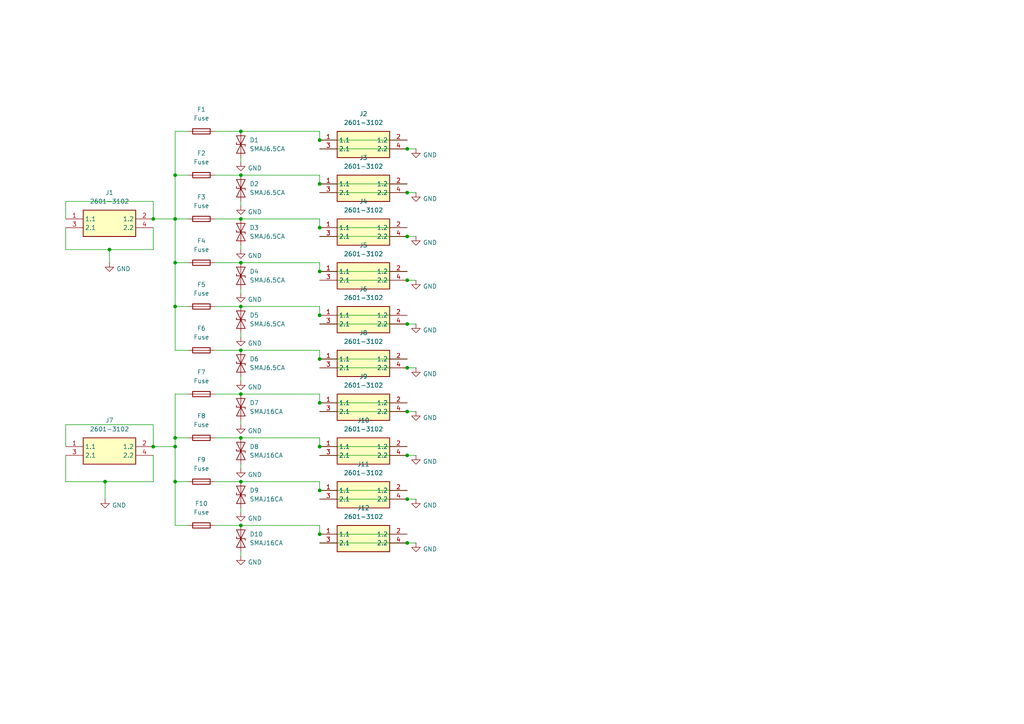
<source format=kicad_sch>
(kicad_sch (version 20250114) (generator "eeschema") (generator_version "9.0")
  (paper "A4")
  (lib_symbols
    (symbol "2601-3102:2601-3102"
      (property "Reference" "J" (at 21.59 7.62 0))
      (property "Value" "2601-3102" (at 21.59 5.08 0))
      (symbol "2601-3102_1_1"
        (rectangle (start 5.08 2.54) (end 20.32 -5.08) (stroke (width 0.254)) (fill (type background)))
        (pin passive line (at 0 0 0) (length 5.08) (name "1.1") (number "1"))
        (pin passive line (at 0 -2.54 0) (length 5.08) (name "2.1") (number "3"))
        (pin passive line (at 25.4 0 180) (length 5.08) (name "1.2") (number "2"))
        (pin passive line (at 25.4 -2.54 180) (length 5.08) (name "2.2") (number "4"))
      )
    )
    (symbol "Device:Fuse" (pin_numbers (hide yes)) (pin_names (offset 0))
      (property "Reference" "F" (at 2.032 0 90))
      (property "Value" "Fuse" (at -1.905 0 90))
      (symbol "Fuse_0_1"
        (rectangle (start -0.762 -2.54) (end 0.762 2.54) (stroke (width 0.254)))
        (polyline (pts (xy 0 2.54) (xy 0 -2.54)))
      )
      (symbol "Fuse_1_1"
        (pin passive line (at 0 3.81 270) (length 1.27) (name "~") (number "1"))
        (pin passive line (at 0 -3.81 90) (length 1.27) (name "~") (number "2"))
      )
    )
    (symbol "Diode:SMAJ16CA" (pin_numbers (hide yes)) (pin_names (offset 1.016) (hide yes))
      (property "Reference" "D" (at 0 2.54 0))
      (property "Value" "SMAJ16CA" (at 0 -2.54 0))
      (symbol "SMAJ16CA_0_1"
        (polyline (pts (xy -2.54 -1.27) (xy 0 0) (xy -2.54 1.27) (xy -2.54 -1.27)) (stroke (width 0.2032)))
        (polyline (pts (xy 0.508 1.27) (xy 0 1.27) (xy 0 -1.27) (xy -0.508 -1.27)) (stroke (width 0.2032)))
        (polyline (pts (xy 1.27 0) (xy -1.27 0)))
        (polyline (pts (xy 2.54 1.27) (xy 2.54 -1.27) (xy 0 0) (xy 2.54 1.27)) (stroke (width 0.2032)))
      )
      (symbol "SMAJ16CA_1_1"
        (pin passive line (at -3.81 0 0) (length 2.54) (name "A1") (number "1"))
        (pin passive line (at 3.81 0 180) (length 2.54) (name "A2") (number "2"))
      )
    )
    (symbol "Diode:SMAJ6.5CA" (pin_numbers (hide yes)) (pin_names (offset 1.016) (hide yes))
      (property "Reference" "D" (at 0 2.54 0))
      (property "Value" "SMAJ6.5CA" (at 0 -2.54 0))
      (symbol "SMAJ6.5CA_0_1"
        (polyline (pts (xy -2.54 -1.27) (xy 0 0) (xy -2.54 1.27) (xy -2.54 -1.27)) (stroke (width 0.2032)))
        (polyline (pts (xy 0.508 1.27) (xy 0 1.27) (xy 0 -1.27) (xy -0.508 -1.27)) (stroke (width 0.2032)))
        (polyline (pts (xy 1.27 0) (xy -1.27 0)))
        (polyline (pts (xy 2.54 1.27) (xy 2.54 -1.27) (xy 0 0) (xy 2.54 1.27)) (stroke (width 0.2032)))
      )
      (symbol "SMAJ6.5CA_1_1"
        (pin passive line (at -3.81 0 0) (length 2.54) (name "A1") (number "1"))
        (pin passive line (at 3.81 0 180) (length 2.54) (name "A2") (number "2"))
      )
    )
    (symbol "power:GND" (power) (pin_numbers (hide yes)) (pin_names (offset 0) (hide yes))
      (property "Value" "GND" (at 0 -3.81 0))
      (symbol "GND_0_1"
        (polyline (pts (xy 0 0) (xy 0 -1.27) (xy 1.27 -1.27) (xy 0 -2.54) (xy -1.27 -1.27) (xy 0 -1.27)))
      )
      (symbol "GND_1_1"
        (pin power_in line (at 0 0 270) (length 0) (name "~") (number "1"))
      )
    )
  )
  (junction (at 44.45 63.5))
  (junction (at 92.71 104.14))
  (junction (at 69.85 127))
  (junction (at 118.11 144.78))
  (junction (at 92.71 116.84))
  (junction (at 50.8 76.2))
  (junction (at 118.11 43.18))
  (junction (at 92.71 66.04))
  (junction (at 69.85 114.3))
  (junction (at 118.11 119.38))
  (junction (at 50.8 127))
  (junction (at 118.11 55.88))
  (junction (at 69.85 38.1))
  (junction (at 69.85 139.7))
  (junction (at 118.11 81.28))
  (junction (at 118.11 106.68))
  (junction (at 31.75 72.39))
  (junction (at 50.8 139.7))
  (junction (at 69.85 88.9))
  (junction (at 92.71 78.74))
  (junction (at 50.8 50.8))
  (junction (at 50.8 63.5))
  (junction (at 69.85 76.2))
  (junction (at 118.11 157.48))
  (junction (at 69.85 152.4))
  (junction (at 69.85 50.8))
  (junction (at 118.11 93.98))
  (junction (at 50.8 88.9))
  (junction (at 92.71 142.24))
  (junction (at 92.71 40.64))
  (junction (at 30.48 139.7))
  (junction (at 69.85 63.5))
  (junction (at 118.11 132.08))
  (junction (at 50.8 129.54))
  (junction (at 118.11 68.58))
  (junction (at 92.71 53.34))
  (junction (at 92.71 91.44))
  (junction (at 92.71 129.54))
  (junction (at 69.85 101.6))
  (junction (at 44.45 129.54))
  (junction (at 92.71 154.94))
  (wire (pts (xy 92.71 78.74) (xy 118.11 78.74)))
  (wire (pts (xy 30.48 139.7) (xy 30.48 144.78)))
  (wire (pts (xy 92.71 116.84) (xy 92.71 114.3)))
  (wire (pts (xy 62.23 139.7) (xy 69.85 139.7)))
  (wire (pts (xy 54.61 101.6) (xy 50.8 101.6)))
  (wire (pts (xy 54.61 139.7) (xy 50.8 139.7)))
  (wire (pts (xy 69.85 58.42) (xy 69.85 59.69)))
  (wire (pts (xy 19.05 139.7) (xy 19.05 132.08)))
  (wire (pts (xy 50.8 152.4) (xy 50.8 139.7)))
  (wire (pts (xy 69.85 127) (xy 92.71 127)))
  (wire (pts (xy 92.71 104.14) (xy 118.11 104.14)))
  (wire (pts (xy 92.71 139.7) (xy 69.85 139.7)))
  (wire (pts (xy 92.71 81.28) (xy 118.11 81.28)))
  (wire (pts (xy 92.71 50.8) (xy 69.85 50.8)))
  (wire (pts (xy 92.71 152.4) (xy 69.85 152.4)))
  (wire (pts (xy 50.8 63.5) (xy 50.8 50.8)))
  (wire (pts (xy 92.71 66.04) (xy 118.11 66.04)))
  (wire (pts (xy 92.71 40.64) (xy 92.71 38.1)))
  (wire (pts (xy 118.11 144.78) (xy 120.65 144.78)))
  (wire (pts (xy 92.71 127) (xy 92.71 129.54)))
  (wire (pts (xy 50.8 88.9) (xy 50.8 101.6)))
  (wire (pts (xy 44.45 72.39) (xy 31.75 72.39)))
  (wire (pts (xy 31.75 72.39) (xy 31.75 76.2)))
  (wire (pts (xy 118.11 81.28) (xy 120.65 81.28)))
  (wire (pts (xy 118.11 132.08) (xy 120.65 132.08)))
  (wire (pts (xy 19.05 63.5) (xy 19.05 58.42)))
  (wire (pts (xy 92.71 142.24) (xy 118.11 142.24)))
  (wire (pts (xy 69.85 76.2) (xy 92.71 76.2)))
  (wire (pts (xy 92.71 91.44) (xy 118.11 91.44)))
  (wire (pts (xy 19.05 58.42) (xy 44.45 58.42)))
  (wire (pts (xy 118.11 106.68) (xy 120.65 106.68)))
  (wire (pts (xy 54.61 76.2) (xy 50.8 76.2)))
  (wire (pts (xy 44.45 63.5) (xy 50.8 63.5)))
  (wire (pts (xy 54.61 152.4) (xy 50.8 152.4)))
  (wire (pts (xy 92.71 116.84) (xy 118.11 116.84)))
  (wire (pts (xy 92.71 132.08) (xy 118.11 132.08)))
  (wire (pts (xy 92.71 53.34) (xy 118.11 53.34)))
  (wire (pts (xy 69.85 45.72) (xy 69.85 46.99)))
  (wire (pts (xy 92.71 154.94) (xy 92.71 152.4)))
  (wire (pts (xy 92.71 63.5) (xy 92.71 66.04)))
  (wire (pts (xy 44.45 129.54) (xy 50.8 129.54)))
  (wire (pts (xy 69.85 114.3) (xy 92.71 114.3)))
  (wire (pts (xy 69.85 109.22) (xy 69.85 110.49)))
  (wire (pts (xy 118.11 68.58) (xy 120.65 68.58)))
  (wire (pts (xy 31.75 72.39) (xy 19.05 72.39)))
  (wire (pts (xy 92.71 78.74) (xy 92.71 76.2)))
  (wire (pts (xy 92.71 119.38) (xy 118.11 119.38)))
  (wire (pts (xy 44.45 123.19) (xy 44.45 129.54)))
  (wire (pts (xy 62.23 38.1) (xy 69.85 38.1)))
  (wire (pts (xy 50.8 129.54) (xy 50.8 139.7)))
  (wire (pts (xy 54.61 114.3) (xy 50.8 114.3)))
  (wire (pts (xy 19.05 72.39) (xy 19.05 66.04)))
  (wire (pts (xy 54.61 38.1) (xy 50.8 38.1)))
  (wire (pts (xy 69.85 147.32) (xy 69.85 148.59)))
  (wire (pts (xy 118.11 55.88) (xy 120.65 55.88)))
  (wire (pts (xy 44.45 58.42) (xy 44.45 63.5)))
  (wire (pts (xy 92.71 144.78) (xy 118.11 144.78)))
  (wire (pts (xy 50.8 114.3) (xy 50.8 127)))
  (wire (pts (xy 50.8 76.2) (xy 50.8 88.9)))
  (wire (pts (xy 30.48 139.7) (xy 19.05 139.7)))
  (wire (pts (xy 50.8 127) (xy 50.8 129.54)))
  (wire (pts (xy 69.85 134.62) (xy 69.85 135.89)))
  (wire (pts (xy 54.61 127) (xy 50.8 127)))
  (wire (pts (xy 92.71 106.68) (xy 118.11 106.68)))
  (wire (pts (xy 69.85 96.52) (xy 69.85 97.79)))
  (wire (pts (xy 44.45 139.7) (xy 30.48 139.7)))
  (wire (pts (xy 62.23 114.3) (xy 69.85 114.3)))
  (wire (pts (xy 92.71 88.9) (xy 69.85 88.9)))
  (wire (pts (xy 69.85 71.12) (xy 69.85 72.39)))
  (wire (pts (xy 118.11 119.38) (xy 120.65 119.38)))
  (wire (pts (xy 92.71 104.14) (xy 92.71 101.6)))
  (wire (pts (xy 69.85 121.92) (xy 69.85 123.19)))
  (wire (pts (xy 50.8 50.8) (xy 54.61 50.8)))
  (wire (pts (xy 62.23 50.8) (xy 69.85 50.8)))
  (wire (pts (xy 62.23 63.5) (xy 69.85 63.5)))
  (wire (pts (xy 92.71 68.58) (xy 118.11 68.58)))
  (wire (pts (xy 62.23 88.9) (xy 69.85 88.9)))
  (wire (pts (xy 62.23 152.4) (xy 69.85 152.4)))
  (wire (pts (xy 92.71 91.44) (xy 92.71 88.9)))
  (wire (pts (xy 92.71 53.34) (xy 92.71 50.8)))
  (wire (pts (xy 69.85 160.02) (xy 69.85 161.29)))
  (wire (pts (xy 54.61 88.9) (xy 50.8 88.9)))
  (wire (pts (xy 62.23 101.6) (xy 69.85 101.6)))
  (wire (pts (xy 92.71 154.94) (xy 118.11 154.94)))
  (wire (pts (xy 62.23 76.2) (xy 69.85 76.2)))
  (wire (pts (xy 92.71 55.88) (xy 118.11 55.88)))
  (wire (pts (xy 92.71 93.98) (xy 118.11 93.98)))
  (wire (pts (xy 118.11 157.48) (xy 120.65 157.48)))
  (wire (pts (xy 92.71 157.48) (xy 118.11 157.48)))
  (wire (pts (xy 92.71 142.24) (xy 92.71 139.7)))
  (wire (pts (xy 69.85 63.5) (xy 92.71 63.5)))
  (wire (pts (xy 54.61 63.5) (xy 50.8 63.5)))
  (wire (pts (xy 118.11 43.18) (xy 120.65 43.18)))
  (wire (pts (xy 19.05 123.19) (xy 44.45 123.19)))
  (wire (pts (xy 92.71 43.18) (xy 118.11 43.18)))
  (wire (pts (xy 19.05 129.54) (xy 19.05 123.19)))
  (wire (pts (xy 62.23 127) (xy 69.85 127)))
  (wire (pts (xy 92.71 38.1) (xy 69.85 38.1)))
  (wire (pts (xy 50.8 38.1) (xy 50.8 50.8)))
  (wire (pts (xy 44.45 132.08) (xy 44.45 139.7)))
  (wire (pts (xy 92.71 101.6) (xy 69.85 101.6)))
  (wire (pts (xy 69.85 83.82) (xy 69.85 85.09)))
  (wire (pts (xy 44.45 66.04) (xy 44.45 72.39)))
  (wire (pts (xy 92.71 129.54) (xy 118.11 129.54)))
  (wire (pts (xy 118.11 93.98) (xy 120.65 93.98)))
  (wire (pts (xy 50.8 63.5) (xy 50.8 76.2)))
  (wire (pts (xy 92.71 40.64) (xy 118.11 40.64)))
  (symbol (lib_id "2601-3102:2601-3102") (at 92.71 129.54 0) (unit 1)
    (property "Reference" "J10" (at 105.41 121.92 0))
    (property "Value" "2601-3102" (at 105.41 124.46 0))
    (property "Footprint" "KiCad:26013102" (effects (hide yes)))
    (property "Datasheet" "https://www.wago.com/2601-3102" (effects (hide yes)))
    (property "Description" "PCB terminal block; lever; 1.5 mm; Pin spacing 3.5 mm; 2-pole; Push-in CAGE CLAMP" (effects (hide yes)))
    (property "Height" "16.58" (effects (hide yes)))
    (property "Manufacturer_Name" "Wago" (effects (hide yes)))
    (property "Manufacturer_Part_Number" "2601-3102" (effects (hide yes)))
  )
  (symbol (lib_id "Diode:SMAJ6.5CA") (at 69.85 54.61 90) (unit 1)
    (property "Reference" "D2" (at 72.39 53.3399 90) (effects (justify right)))
    (property "Value" "SMAJ6.5CA" (at 72.39 55.8799 90) (effects (justify right)))
    (property "Footprint" "Diode_SMD:D_SMA" (effects (hide yes)))
    (property "Datasheet" "https://www.littelfuse.com/media?resourcetype=datasheets&itemid=75e32973-b177-4ee3-a0ff-cedaf1abdb93&filename=smaj-datasheet" (effects (hide yes)))
    (property "Description" "400W bidirectional Transient Voltage Suppressor, 6.5Vr, SMA(DO-214AC)" (effects (hide yes)))
  )
  (symbol (lib_id "2601-3102:2601-3102") (at 92.71 142.24 0) (unit 1)
    (property "Reference" "J11" (at 105.41 134.62 0))
    (property "Value" "2601-3102" (at 105.41 137.16 0))
    (property "Footprint" "KiCad:26013102" (effects (hide yes)))
    (property "Datasheet" "https://www.wago.com/2601-3102" (effects (hide yes)))
    (property "Description" "PCB terminal block; lever; 1.5 mm; Pin spacing 3.5 mm; 2-pole; Push-in CAGE CLAMP" (effects (hide yes)))
    (property "Height" "16.58" (effects (hide yes)))
    (property "Manufacturer_Name" "Wago" (effects (hide yes)))
    (property "Manufacturer_Part_Number" "2601-3102" (effects (hide yes)))
  )
  (symbol (lib_id "power:GND") (at 120.65 43.18 0) (unit 1)
    (property "Reference" "#PWR027" (effects (hide yes)))
    (property "Value" "GND" (at 124.714 44.958 0))
    (property "Description" "Power symbol creates a global label with name \"GND\" , ground" (effects (hide yes)))
  )
  (symbol (lib_id "power:GND") (at 120.65 55.88 0) (unit 1)
    (property "Reference" "#PWR026" (effects (hide yes)))
    (property "Value" "GND" (at 124.714 57.658 0))
    (property "Description" "Power symbol creates a global label with name \"GND\" , ground" (effects (hide yes)))
  )
  (symbol (lib_id "Device:Fuse") (at 58.42 76.2 90) (unit 1)
    (property "Reference" "F4" (at 58.42 69.85 90))
    (property "Value" "Fuse" (at 58.42 72.39 90))
    (property "Footprint" "Fuse:Fuseholder_Littelfuse_100_series_5x20mm" (effects (hide yes)))
    (property "Description" "Fuse" (effects (hide yes)))
  )
  (symbol (lib_id "Device:Fuse") (at 58.42 139.7 90) (unit 1)
    (property "Reference" "F9" (at 58.42 133.35 90))
    (property "Value" "Fuse" (at 58.42 135.89 90))
    (property "Footprint" "Fuse:Fuseholder_Littelfuse_100_series_5x20mm" (effects (hide yes)))
    (property "Description" "Fuse" (effects (hide yes)))
  )
  (symbol (lib_id "Diode:SMAJ16CA") (at 69.85 143.51 90) (unit 1)
    (property "Reference" "D9" (at 72.39 142.2399 90) (effects (justify right)))
    (property "Value" "SMAJ16CA" (at 72.39 144.7799 90) (effects (justify right)))
    (property "Footprint" "Diode_SMD:D_SMA" (effects (hide yes)))
    (property "Datasheet" "https://www.littelfuse.com/media?resourcetype=datasheets&itemid=75e32973-b177-4ee3-a0ff-cedaf1abdb93&filename=smaj-datasheet" (effects (hide yes)))
    (property "Description" "400W bidirectional Transient Voltage Suppressor, 16.0Vr, SMA(DO-214AC)" (effects (hide yes)))
  )
  (symbol (lib_id "power:GND") (at 69.85 72.39 0) (unit 1)
    (property "Reference" "#PWR03" (effects (hide yes)))
    (property "Value" "GND" (at 73.914 74.168 0))
    (property "Description" "Power symbol creates a global label with name \"GND\" , ground" (effects (hide yes)))
  )
  (symbol (lib_id "Device:Fuse") (at 58.42 63.5 90) (unit 1)
    (property "Reference" "F3" (at 58.42 57.15 90))
    (property "Value" "Fuse" (at 58.42 59.69 90))
    (property "Footprint" "Fuse:Fuseholder_Littelfuse_100_series_5x20mm" (effects (hide yes)))
    (property "Description" "Fuse" (effects (hide yes)))
  )
  (symbol (lib_id "2601-3102:2601-3102") (at 92.71 116.84 0) (unit 1)
    (property "Reference" "J9" (at 105.41 109.22 0))
    (property "Value" "2601-3102" (at 105.41 111.76 0))
    (property "Footprint" "KiCad:26013102" (effects (hide yes)))
    (property "Datasheet" "https://www.wago.com/2601-3102" (effects (hide yes)))
    (property "Description" "PCB terminal block; lever; 1.5 mm; Pin spacing 3.5 mm; 2-pole; Push-in CAGE CLAMP" (effects (hide yes)))
    (property "Height" "16.58" (effects (hide yes)))
    (property "Manufacturer_Name" "Wago" (effects (hide yes)))
    (property "Manufacturer_Part_Number" "2601-3102" (effects (hide yes)))
  )
  (symbol (lib_id "Device:Fuse") (at 58.42 114.3 90) (unit 1)
    (property "Reference" "F7" (at 58.42 107.95 90))
    (property "Value" "Fuse" (at 58.42 110.49 90))
    (property "Footprint" "Fuse:Fuseholder_Littelfuse_100_series_5x20mm" (effects (hide yes)))
    (property "Description" "Fuse" (effects (hide yes)))
  )
  (symbol (lib_id "power:GND") (at 120.65 81.28 0) (unit 1)
    (property "Reference" "#PWR024" (effects (hide yes)))
    (property "Value" "GND" (at 124.714 83.058 0))
    (property "Description" "Power symbol creates a global label with name \"GND\" , ground" (effects (hide yes)))
  )
  (symbol (lib_id "2601-3102:2601-3102") (at 92.71 154.94 0) (unit 1)
    (property "Reference" "J12" (at 105.41 147.32 0))
    (property "Value" "2601-3102" (at 105.41 149.86 0))
    (property "Footprint" "KiCad:26013102" (effects (hide yes)))
    (property "Datasheet" "https://www.wago.com/2601-3102" (effects (hide yes)))
    (property "Description" "PCB terminal block; lever; 1.5 mm; Pin spacing 3.5 mm; 2-pole; Push-in CAGE CLAMP" (effects (hide yes)))
    (property "Height" "16.58" (effects (hide yes)))
    (property "Manufacturer_Name" "Wago" (effects (hide yes)))
    (property "Manufacturer_Part_Number" "2601-3102" (effects (hide yes)))
  )
  (symbol (lib_id "Device:Fuse") (at 58.42 101.6 90) (unit 1)
    (property "Reference" "F6" (at 58.42 95.25 90))
    (property "Value" "Fuse" (at 58.42 97.79 90))
    (property "Footprint" "Fuse:Fuseholder_Littelfuse_100_series_5x20mm" (effects (hide yes)))
    (property "Description" "Fuse" (effects (hide yes)))
  )
  (symbol (lib_id "Diode:SMAJ16CA") (at 69.85 118.11 90) (unit 1)
    (property "Reference" "D7" (at 72.39 116.8399 90) (effects (justify right)))
    (property "Value" "SMAJ16CA" (at 72.39 119.3799 90) (effects (justify right)))
    (property "Footprint" "Diode_SMD:D_SMA" (effects (hide yes)))
    (property "Datasheet" "https://www.littelfuse.com/media?resourcetype=datasheets&itemid=75e32973-b177-4ee3-a0ff-cedaf1abdb93&filename=smaj-datasheet" (effects (hide yes)))
    (property "Description" "400W bidirectional Transient Voltage Suppressor, 16.0Vr, SMA(DO-214AC)" (effects (hide yes)))
  )
  (symbol (lib_id "power:GND") (at 69.85 85.09 0) (unit 1)
    (property "Reference" "#PWR04" (effects (hide yes)))
    (property "Value" "GND" (at 73.914 86.868 0))
    (property "Description" "Power symbol creates a global label with name \"GND\" , ground" (effects (hide yes)))
  )
  (symbol (lib_id "2601-3102:2601-3102") (at 92.71 91.44 0) (unit 1)
    (property "Reference" "J6" (at 105.41 83.82 0))
    (property "Value" "2601-3102" (at 105.41 86.36 0))
    (property "Footprint" "KiCad:26013102" (effects (hide yes)))
    (property "Datasheet" "https://www.wago.com/2601-3102" (effects (hide yes)))
    (property "Description" "PCB terminal block; lever; 1.5 mm; Pin spacing 3.5 mm; 2-pole; Push-in CAGE CLAMP" (effects (hide yes)))
    (property "Height" "16.58" (effects (hide yes)))
    (property "Manufacturer_Name" "Wago" (effects (hide yes)))
    (property "Manufacturer_Part_Number" "2601-3102" (effects (hide yes)))
  )
  (symbol (lib_id "power:GND") (at 120.65 106.68 0) (unit 1)
    (property "Reference" "#PWR022" (effects (hide yes)))
    (property "Value" "GND" (at 124.714 108.458 0))
    (property "Description" "Power symbol creates a global label with name \"GND\" , ground" (effects (hide yes)))
  )
  (symbol (lib_id "Diode:SMAJ6.5CA") (at 69.85 41.91 90) (unit 1)
    (property "Reference" "D1" (at 72.39 40.6399 90) (effects (justify right)))
    (property "Value" "SMAJ6.5CA" (at 72.39 43.1799 90) (effects (justify right)))
    (property "Footprint" "Diode_SMD:D_SMA" (effects (hide yes)))
    (property "Datasheet" "https://www.littelfuse.com/media?resourcetype=datasheets&itemid=75e32973-b177-4ee3-a0ff-cedaf1abdb93&filename=smaj-datasheet" (effects (hide yes)))
    (property "Description" "400W bidirectional Transient Voltage Suppressor, 6.5Vr, SMA(DO-214AC)" (effects (hide yes)))
  )
  (symbol (lib_id "Device:Fuse") (at 58.42 88.9 90) (unit 1)
    (property "Reference" "F5" (at 58.42 82.55 90))
    (property "Value" "Fuse" (at 58.42 85.09 90))
    (property "Footprint" "Fuse:Fuseholder_Littelfuse_100_series_5x20mm" (effects (hide yes)))
    (property "Description" "Fuse" (effects (hide yes)))
  )
  (symbol (lib_id "Diode:SMAJ16CA") (at 69.85 130.81 90) (unit 1)
    (property "Reference" "D8" (at 72.39 129.5399 90) (effects (justify right)))
    (property "Value" "SMAJ16CA" (at 72.39 132.0799 90) (effects (justify right)))
    (property "Footprint" "Diode_SMD:D_SMA" (effects (hide yes)))
    (property "Datasheet" "https://www.littelfuse.com/media?resourcetype=datasheets&itemid=75e32973-b177-4ee3-a0ff-cedaf1abdb93&filename=smaj-datasheet" (effects (hide yes)))
    (property "Description" "400W bidirectional Transient Voltage Suppressor, 16.0Vr, SMA(DO-214AC)" (effects (hide yes)))
  )
  (symbol (lib_id "power:GND") (at 69.85 161.29 0) (unit 1)
    (property "Reference" "#PWR010" (effects (hide yes)))
    (property "Value" "GND" (at 73.914 163.068 0))
    (property "Description" "Power symbol creates a global label with name \"GND\" , ground" (effects (hide yes)))
  )
  (symbol (lib_id "Device:Fuse") (at 58.42 50.8 90) (unit 1)
    (property "Reference" "F2" (at 58.42 44.45 90))
    (property "Value" "Fuse" (at 58.42 46.99 90))
    (property "Footprint" "Fuse:Fuseholder_Littelfuse_100_series_5x20mm" (effects (hide yes)))
    (property "Description" "Fuse" (effects (hide yes)))
  )
  (symbol (lib_id "power:GND") (at 69.85 59.69 0) (unit 1)
    (property "Reference" "#PWR02" (effects (hide yes)))
    (property "Value" "GND" (at 73.914 61.468 0))
    (property "Description" "Power symbol creates a global label with name \"GND\" , ground" (effects (hide yes)))
  )
  (symbol (lib_id "Diode:SMAJ6.5CA") (at 69.85 92.71 90) (unit 1)
    (property "Reference" "D5" (at 72.39 91.4399 90) (effects (justify right)))
    (property "Value" "SMAJ6.5CA" (at 72.39 93.9799 90) (effects (justify right)))
    (property "Footprint" "Diode_SMD:D_SMA" (effects (hide yes)))
    (property "Datasheet" "https://www.littelfuse.com/media?resourcetype=datasheets&itemid=75e32973-b177-4ee3-a0ff-cedaf1abdb93&filename=smaj-datasheet" (effects (hide yes)))
    (property "Description" "400W bidirectional Transient Voltage Suppressor, 6.5Vr, SMA(DO-214AC)" (effects (hide yes)))
  )
  (symbol (lib_id "power:GND") (at 69.85 46.99 0) (unit 1)
    (property "Reference" "#PWR01" (effects (hide yes)))
    (property "Value" "GND" (at 73.914 48.768 0))
    (property "Description" "Power symbol creates a global label with name \"GND\" , ground" (effects (hide yes)))
  )
  (symbol (lib_id "Diode:SMAJ6.5CA") (at 69.85 80.01 90) (unit 1)
    (property "Reference" "D4" (at 72.39 78.7399 90) (effects (justify right)))
    (property "Value" "SMAJ6.5CA" (at 72.39 81.2799 90) (effects (justify right)))
    (property "Footprint" "Diode_SMD:D_SMA" (effects (hide yes)))
    (property "Datasheet" "https://www.littelfuse.com/media?resourcetype=datasheets&itemid=75e32973-b177-4ee3-a0ff-cedaf1abdb93&filename=smaj-datasheet" (effects (hide yes)))
    (property "Description" "400W bidirectional Transient Voltage Suppressor, 6.5Vr, SMA(DO-214AC)" (effects (hide yes)))
  )
  (symbol (lib_id "power:GND") (at 69.85 110.49 0) (unit 1)
    (property "Reference" "#PWR06" (effects (hide yes)))
    (property "Value" "GND" (at 73.914 112.268 0))
    (property "Description" "Power symbol creates a global label with name \"GND\" , ground" (effects (hide yes)))
  )
  (symbol (lib_id "power:GND") (at 69.85 97.79 0) (unit 1)
    (property "Reference" "#PWR05" (effects (hide yes)))
    (property "Value" "GND" (at 73.914 99.568 0))
    (property "Description" "Power symbol creates a global label with name \"GND\" , ground" (effects (hide yes)))
  )
  (symbol (lib_id "2601-3102:2601-3102") (at 92.71 40.64 0) (unit 1)
    (property "Reference" "J2" (at 105.41 33.02 0))
    (property "Value" "2601-3102" (at 105.41 35.56 0))
    (property "Footprint" "KiCad:26013102" (effects (hide yes)))
    (property "Datasheet" "https://www.wago.com/2601-3102" (effects (hide yes)))
    (property "Description" "PCB terminal block; lever; 1.5 mm; Pin spacing 3.5 mm; 2-pole; Push-in CAGE CLAMP" (effects (hide yes)))
    (property "Height" "16.58" (effects (hide yes)))
    (property "Manufacturer_Name" "Wago" (effects (hide yes)))
    (property "Manufacturer_Part_Number" "2601-3102" (effects (hide yes)))
  )
  (symbol (lib_id "power:GND") (at 69.85 135.89 0) (unit 1)
    (property "Reference" "#PWR08" (effects (hide yes)))
    (property "Value" "GND" (at 73.914 137.668 0))
    (property "Description" "Power symbol creates a global label with name \"GND\" , ground" (effects (hide yes)))
  )
  (symbol (lib_id "2601-3102:2601-3102") (at 92.71 66.04 0) (unit 1)
    (property "Reference" "J4" (at 105.41 58.42 0))
    (property "Value" "2601-3102" (at 105.41 60.96 0))
    (property "Footprint" "KiCad:26013102" (effects (hide yes)))
    (property "Datasheet" "https://www.wago.com/2601-3102" (effects (hide yes)))
    (property "Description" "PCB terminal block; lever; 1.5 mm; Pin spacing 3.5 mm; 2-pole; Push-in CAGE CLAMP" (effects (hide yes)))
    (property "Height" "16.58" (effects (hide yes)))
    (property "Manufacturer_Name" "Wago" (effects (hide yes)))
    (property "Manufacturer_Part_Number" "2601-3102" (effects (hide yes)))
  )
  (symbol (lib_id "power:GND") (at 120.65 157.48 0) (unit 1)
    (property "Reference" "#PWR012" (effects (hide yes)))
    (property "Value" "GND" (at 124.714 159.258 0))
    (property "Description" "Power symbol creates a global label with name \"GND\" , ground" (effects (hide yes)))
  )
  (symbol (lib_id "power:GND") (at 120.65 68.58 0) (unit 1)
    (property "Reference" "#PWR025" (effects (hide yes)))
    (property "Value" "GND" (at 124.714 70.358 0))
    (property "Description" "Power symbol creates a global label with name \"GND\" , ground" (effects (hide yes)))
  )
  (symbol (lib_id "power:GND") (at 30.48 144.78 0) (unit 1)
    (property "Reference" "#PWR018" (effects (hide yes)))
    (property "Value" "GND" (at 34.544 146.558 0))
    (property "Description" "Power symbol creates a global label with name \"GND\" , ground" (effects (hide yes)))
  )
  (symbol (lib_id "2601-3102:2601-3102") (at 92.71 104.14 0) (unit 1)
    (property "Reference" "J8" (at 105.41 96.52 0))
    (property "Value" "2601-3102" (at 105.41 99.06 0))
    (property "Footprint" "KiCad:26013102" (effects (hide yes)))
    (property "Datasheet" "https://www.wago.com/2601-3102" (effects (hide yes)))
    (property "Description" "PCB terminal block; lever; 1.5 mm; Pin spacing 3.5 mm; 2-pole; Push-in CAGE CLAMP" (effects (hide yes)))
    (property "Height" "16.58" (effects (hide yes)))
    (property "Manufacturer_Name" "Wago" (effects (hide yes)))
    (property "Manufacturer_Part_Number" "2601-3102" (effects (hide yes)))
  )
  (symbol (lib_id "power:GND") (at 120.65 132.08 0) (unit 1)
    (property "Reference" "#PWR020" (effects (hide yes)))
    (property "Value" "GND" (at 124.714 133.858 0))
    (property "Description" "Power symbol creates a global label with name \"GND\" , ground" (effects (hide yes)))
  )
  (symbol (lib_id "power:GND") (at 31.75 76.2 0) (unit 1)
    (property "Reference" "#PWR017" (effects (hide yes)))
    (property "Value" "GND" (at 35.814 77.978 0))
    (property "Description" "Power symbol creates a global label with name \"GND\" , ground" (effects (hide yes)))
  )
  (symbol (lib_id "Device:Fuse") (at 58.42 152.4 90) (unit 1)
    (property "Reference" "F10" (at 58.42 146.05 90))
    (property "Value" "Fuse" (at 58.42 148.59 90))
    (property "Footprint" "Fuse:Fuseholder_Littelfuse_100_series_5x20mm" (effects (hide yes)))
    (property "Description" "Fuse" (effects (hide yes)))
  )
  (symbol (lib_id "2601-3102:2601-3102") (at 19.05 129.54 0) (unit 1)
    (property "Reference" "J7" (at 31.75 121.92 0))
    (property "Value" "2601-3102" (at 31.75 124.46 0))
    (property "Footprint" "KiCad:26013102" (effects (hide yes)))
    (property "Datasheet" "https://www.wago.com/2601-3102" (effects (hide yes)))
    (property "Description" "PCB terminal block; lever; 1.5 mm; Pin spacing 3.5 mm; 2-pole; Push-in CAGE CLAMP" (effects (hide yes)))
    (property "Height" "16.58" (effects (hide yes)))
    (property "Manufacturer_Name" "Wago" (effects (hide yes)))
    (property "Manufacturer_Part_Number" "2601-3102" (effects (hide yes)))
  )
  (symbol (lib_id "Diode:SMAJ6.5CA") (at 69.85 105.41 90) (unit 1)
    (property "Reference" "D6" (at 72.39 104.1399 90) (effects (justify right)))
    (property "Value" "SMAJ6.5CA" (at 72.39 106.6799 90) (effects (justify right)))
    (property "Footprint" "Diode_SMD:D_SMA" (effects (hide yes)))
    (property "Datasheet" "https://www.littelfuse.com/media?resourcetype=datasheets&itemid=75e32973-b177-4ee3-a0ff-cedaf1abdb93&filename=smaj-datasheet" (effects (hide yes)))
    (property "Description" "400W bidirectional Transient Voltage Suppressor, 6.5Vr, SMA(DO-214AC)" (effects (hide yes)))
  )
  (symbol (lib_id "power:GND") (at 120.65 93.98 0) (unit 1)
    (property "Reference" "#PWR023" (effects (hide yes)))
    (property "Value" "GND" (at 124.714 95.758 0))
    (property "Description" "Power symbol creates a global label with name \"GND\" , ground" (effects (hide yes)))
  )
  (symbol (lib_id "power:GND") (at 69.85 123.19 0) (unit 1)
    (property "Reference" "#PWR07" (effects (hide yes)))
    (property "Value" "GND" (at 73.914 124.968 0))
    (property "Description" "Power symbol creates a global label with name \"GND\" , ground" (effects (hide yes)))
  )
  (symbol (lib_id "Diode:SMAJ6.5CA") (at 69.85 67.31 90) (unit 1)
    (property "Reference" "D3" (at 72.39 66.0399 90) (effects (justify right)))
    (property "Value" "SMAJ6.5CA" (at 72.39 68.5799 90) (effects (justify right)))
    (property "Footprint" "Diode_SMD:D_SMA" (effects (hide yes)))
    (property "Datasheet" "https://www.littelfuse.com/media?resourcetype=datasheets&itemid=75e32973-b177-4ee3-a0ff-cedaf1abdb93&filename=smaj-datasheet" (effects (hide yes)))
    (property "Description" "400W bidirectional Transient Voltage Suppressor, 6.5Vr, SMA(DO-214AC)" (effects (hide yes)))
  )
  (symbol (lib_id "Diode:SMAJ16CA") (at 69.85 156.21 90) (unit 1)
    (property "Reference" "D10" (at 72.39 154.9399 90) (effects (justify right)))
    (property "Value" "SMAJ16CA" (at 72.39 157.4799 90) (effects (justify right)))
    (property "Footprint" "Diode_SMD:D_SMA" (effects (hide yes)))
    (property "Datasheet" "https://www.littelfuse.com/media?resourcetype=datasheets&itemid=75e32973-b177-4ee3-a0ff-cedaf1abdb93&filename=smaj-datasheet" (effects (hide yes)))
    (property "Description" "400W bidirectional Transient Voltage Suppressor, 16.0Vr, SMA(DO-214AC)" (effects (hide yes)))
  )
  (symbol (lib_id "2601-3102:2601-3102") (at 92.71 78.74 0) (unit 1)
    (property "Reference" "J5" (at 105.41 71.12 0))
    (property "Value" "2601-3102" (at 105.41 73.66 0))
    (property "Footprint" "KiCad:26013102" (effects (hide yes)))
    (property "Datasheet" "https://www.wago.com/2601-3102" (effects (hide yes)))
    (property "Description" "PCB terminal block; lever; 1.5 mm; Pin spacing 3.5 mm; 2-pole; Push-in CAGE CLAMP" (effects (hide yes)))
    (property "Height" "16.58" (effects (hide yes)))
    (property "Manufacturer_Name" "Wago" (effects (hide yes)))
    (property "Manufacturer_Part_Number" "2601-3102" (effects (hide yes)))
  )
  (symbol (lib_id "2601-3102:2601-3102") (at 19.05 63.5 0) (unit 1)
    (property "Reference" "J1" (at 31.75 55.88 0))
    (property "Value" "2601-3102" (at 31.75 58.42 0))
    (property "Footprint" "KiCad:26013102" (effects (hide yes)))
    (property "Datasheet" "https://www.wago.com/2601-3102" (effects (hide yes)))
    (property "Description" "PCB terminal block; lever; 1.5 mm; Pin spacing 3.5 mm; 2-pole; Push-in CAGE CLAMP" (effects (hide yes)))
    (property "Height" "16.58" (effects (hide yes)))
    (property "Manufacturer_Name" "Wago" (effects (hide yes)))
    (property "Manufacturer_Part_Number" "2601-3102" (effects (hide yes)))
  )
  (symbol (lib_id "Device:Fuse") (at 58.42 127 90) (unit 1)
    (property "Reference" "F8" (at 58.42 120.65 90))
    (property "Value" "Fuse" (at 58.42 123.19 90))
    (property "Footprint" "Fuse:Fuseholder_Littelfuse_100_series_5x20mm" (effects (hide yes)))
    (property "Description" "Fuse" (effects (hide yes)))
  )
  (symbol (lib_id "power:GND") (at 120.65 119.38 0) (unit 1)
    (property "Reference" "#PWR021" (effects (hide yes)))
    (property "Value" "GND" (at 124.714 121.158 0))
    (property "Description" "Power symbol creates a global label with name \"GND\" , ground" (effects (hide yes)))
  )
  (symbol (lib_id "power:GND") (at 69.85 148.59 0) (unit 1)
    (property "Reference" "#PWR09" (effects (hide yes)))
    (property "Value" "GND" (at 73.914 150.368 0))
    (property "Description" "Power symbol creates a global label with name \"GND\" , ground" (effects (hide yes)))
  )
  (symbol (lib_id "power:GND") (at 120.65 144.78 0) (unit 1)
    (property "Reference" "#PWR019" (effects (hide yes)))
    (property "Value" "GND" (at 124.714 146.558 0))
    (property "Description" "Power symbol creates a global label with name \"GND\" , ground" (effects (hide yes)))
  )
  (symbol (lib_id "2601-3102:2601-3102") (at 92.71 53.34 0) (unit 1)
    (property "Reference" "J3" (at 105.41 45.72 0))
    (property "Value" "2601-3102" (at 105.41 48.26 0))
    (property "Footprint" "KiCad:26013102" (effects (hide yes)))
    (property "Datasheet" "https://www.wago.com/2601-3102" (effects (hide yes)))
    (property "Description" "PCB terminal block; lever; 1.5 mm; Pin spacing 3.5 mm; 2-pole; Push-in CAGE CLAMP" (effects (hide yes)))
    (property "Height" "16.58" (effects (hide yes)))
    (property "Manufacturer_Name" "Wago" (effects (hide yes)))
    (property "Manufacturer_Part_Number" "2601-3102" (effects (hide yes)))
  )
  (symbol (lib_id "Device:Fuse") (at 58.42 38.1 90) (unit 1)
    (property "Reference" "F1" (at 58.42 31.75 90))
    (property "Value" "Fuse" (at 58.42 34.29 90))
    (property "Footprint" "Fuse:Fuseholder_Littelfuse_100_series_5x20mm" (effects (hide yes)))
    (property "Description" "Fuse" (effects (hide yes)))
  )
)
</source>
